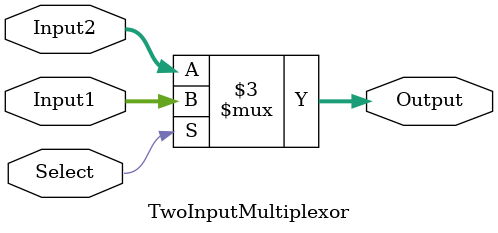
<source format=v>
/**

@brief: A multiplexor selects is a combinational circuit that selects 
one input from in from multiple inputs


@author: Kananelo Chabeli
**/

module TwoInputMultiplexor(Input1,Input2,Select,Output);

//-------------------------------------MODULE PARAMETER--------------------------------------//
parameter DATA_WIDTH = 24; // data width set to a pixel width by default.

//-------------------------------------MODULE PORT DECLARTATION------------------------------//
input wire [DATA_WIDTH-1:0] Input1;
input wire [DATA_WIDTH-1:0] Input2;
input wire Select;
output reg [DATA_WIDTH-1:0] Output;
//--------------------------------------MODULE IMPLEMENTATIONS-----------------------------//
always@(*) begin
	if(Select) begin
		Output = Input1;
	end else begin
		Output = Input2;
	end
end
//-------------------------------------END OF MODULE---------------------------------------//

endmodule
</source>
